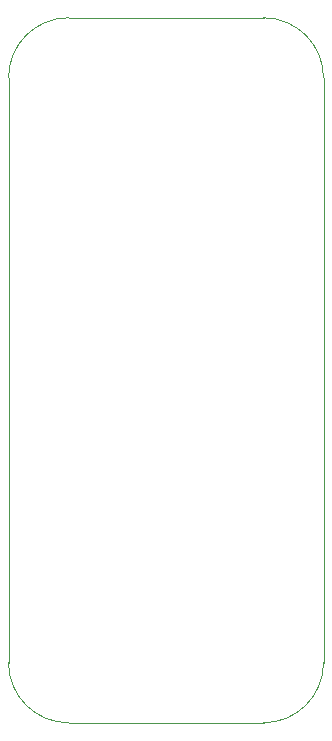
<source format=gm1>
%TF.GenerationSoftware,KiCad,Pcbnew,7.0.5*%
%TF.CreationDate,2024-01-27T16:12:53+02:00*%
%TF.ProjectId,Counter 16bit with IO,436f756e-7465-4722-9031-366269742077,rev?*%
%TF.SameCoordinates,Original*%
%TF.FileFunction,Profile,NP*%
%FSLAX46Y46*%
G04 Gerber Fmt 4.6, Leading zero omitted, Abs format (unit mm)*
G04 Created by KiCad (PCBNEW 7.0.5) date 2024-01-27 16:12:53*
%MOMM*%
%LPD*%
G01*
G04 APERTURE LIST*
%TA.AperFunction,Profile*%
%ADD10C,0.100000*%
%TD*%
G04 APERTURE END LIST*
D10*
%TO.C,J2*%
X86995000Y-57785000D02*
X86995000Y-107315000D01*
X108585000Y-52705000D02*
X92075000Y-52705000D01*
X108585000Y-112395000D02*
X92075000Y-112395000D01*
X113665000Y-107315000D02*
X113665000Y-57785000D01*
X92075000Y-52705000D02*
G75*
G03*
X86995000Y-57785000I2J-5080002D01*
G01*
X86995000Y-107315000D02*
G75*
G03*
X92075000Y-112395000I5080000J0D01*
G01*
X113665000Y-57785000D02*
G75*
G03*
X108585000Y-52705000I-5080000J0D01*
G01*
X108585000Y-112395000D02*
G75*
G03*
X113665000Y-107315000I0J5080000D01*
G01*
%TD*%
M02*

</source>
